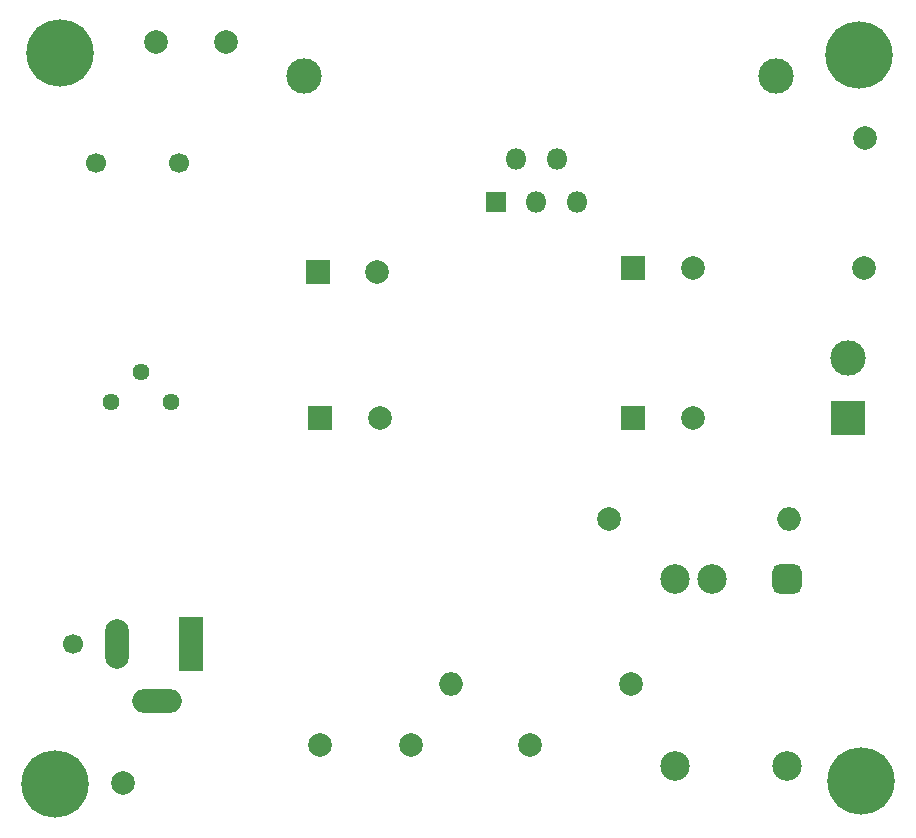
<source format=gbr>
%TF.GenerationSoftware,KiCad,Pcbnew,7.0.11-7.0.11~ubuntu22.04.1*%
%TF.CreationDate,2024-09-03T10:01:50-07:00*%
%TF.ProjectId,audio_pwr_amp_r3,61756469-6f5f-4707-9772-5f616d705f72,rev?*%
%TF.SameCoordinates,Original*%
%TF.FileFunction,Soldermask,Bot*%
%TF.FilePolarity,Negative*%
%FSLAX46Y46*%
G04 Gerber Fmt 4.6, Leading zero omitted, Abs format (unit mm)*
G04 Created by KiCad (PCBNEW 7.0.11-7.0.11~ubuntu22.04.1) date 2024-09-03 10:01:50*
%MOMM*%
%LPD*%
G01*
G04 APERTURE LIST*
G04 Aperture macros list*
%AMRoundRect*
0 Rectangle with rounded corners*
0 $1 Rounding radius*
0 $2 $3 $4 $5 $6 $7 $8 $9 X,Y pos of 4 corners*
0 Add a 4 corners polygon primitive as box body*
4,1,4,$2,$3,$4,$5,$6,$7,$8,$9,$2,$3,0*
0 Add four circle primitives for the rounded corners*
1,1,$1+$1,$2,$3*
1,1,$1+$1,$4,$5*
1,1,$1+$1,$6,$7*
1,1,$1+$1,$8,$9*
0 Add four rect primitives between the rounded corners*
20,1,$1+$1,$2,$3,$4,$5,0*
20,1,$1+$1,$4,$5,$6,$7,0*
20,1,$1+$1,$6,$7,$8,$9,0*
20,1,$1+$1,$8,$9,$2,$3,0*%
G04 Aperture macros list end*
%ADD10C,3.000000*%
%ADD11C,2.000000*%
%ADD12C,3.600000*%
%ADD13C,5.700000*%
%ADD14R,2.000000X2.000000*%
%ADD15C,1.700000*%
%ADD16R,3.000000X3.000000*%
%ADD17RoundRect,0.625000X-0.625000X0.625000X-0.625000X-0.625000X0.625000X-0.625000X0.625000X0.625000X0*%
%ADD18C,2.500000*%
%ADD19C,1.440000*%
%ADD20R,2.000000X4.600000*%
%ADD21O,2.000000X4.200000*%
%ADD22O,4.200000X2.000000*%
%ADD23O,2.000000X2.000000*%
%ADD24R,1.800000X1.800000*%
%ADD25O,1.800000X1.800000*%
G04 APERTURE END LIST*
D10*
%TO.C,HS1*%
X69413600Y-84223200D03*
X109413600Y-84223200D03*
%TD*%
D11*
%TO.C,-12Vt1*%
X78513600Y-140923200D03*
%TD*%
%TO.C,Input1*%
X56896000Y-81330800D03*
%TD*%
%TO.C,GND6*%
X88613600Y-140923200D03*
%TD*%
D12*
%TO.C,H4*%
X116484400Y-82499200D03*
D13*
X116484400Y-82499200D03*
%TD*%
D14*
%TO.C,C5*%
X70645923Y-100823200D03*
D11*
X75645923Y-100823200D03*
%TD*%
D15*
%TO.C,J1*%
X51856000Y-91592400D03*
X58856000Y-91592400D03*
%TD*%
D16*
%TO.C,J2*%
X115513600Y-113163200D03*
D10*
X115513600Y-108083200D03*
%TD*%
D17*
%TO.C,U2*%
X110350324Y-126805000D03*
D18*
X104000324Y-126805000D03*
X100830324Y-126805000D03*
X100830324Y-142695000D03*
X110350324Y-142685000D03*
%TD*%
D11*
%TO.C,GND5*%
X54113600Y-144123200D03*
%TD*%
%TO.C,OUTPUT2*%
X116840600Y-100523200D03*
%TD*%
%TO.C,+12Vt1*%
X70813600Y-140923200D03*
%TD*%
D14*
%TO.C,C1*%
X97345923Y-100533200D03*
D11*
X102345923Y-100533200D03*
%TD*%
%TO.C,GND4*%
X62839600Y-81330800D03*
%TD*%
D12*
%TO.C,H3*%
X116613600Y-143923200D03*
D13*
X116613600Y-143923200D03*
%TD*%
D19*
%TO.C,RV1*%
X58213600Y-111823200D03*
X55673600Y-109283200D03*
X53133600Y-111823200D03*
%TD*%
D11*
%TO.C,GND3*%
X116992400Y-89458800D03*
%TD*%
D14*
%TO.C,C12*%
X70845923Y-113223200D03*
D11*
X75845923Y-113223200D03*
%TD*%
D15*
%TO.C,J3*%
X49913600Y-132323200D03*
D20*
X59913600Y-132323200D03*
D21*
X53613600Y-132323200D03*
D22*
X57013600Y-137123200D03*
%TD*%
D12*
%TO.C,H1*%
X48412400Y-144221200D03*
D13*
X48412400Y-144221200D03*
%TD*%
D11*
%TO.C,FB2*%
X95288600Y-121723200D03*
D23*
X110528600Y-121723200D03*
%TD*%
D11*
%TO.C,FB1*%
X97166524Y-135718600D03*
D23*
X81926524Y-135718600D03*
%TD*%
D24*
%TO.C,U1*%
X85734000Y-94951300D03*
D25*
X87434000Y-91251300D03*
X89134000Y-94951300D03*
X90834000Y-91251300D03*
X92534000Y-94951300D03*
%TD*%
D12*
%TO.C,H2*%
X48793400Y-82321400D03*
D13*
X48793400Y-82321400D03*
%TD*%
D14*
%TO.C,C15*%
X97345923Y-113223200D03*
D11*
X102345923Y-113223200D03*
%TD*%
M02*

</source>
